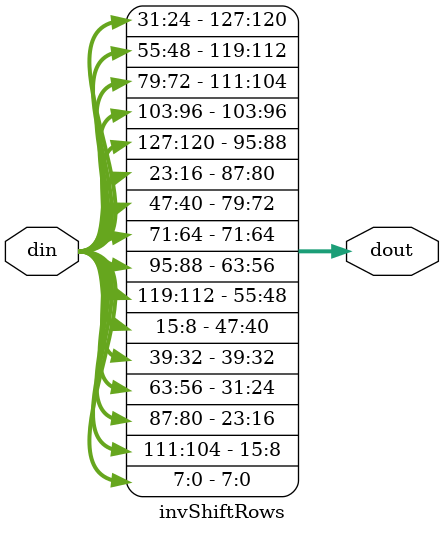
<source format=v>

module invShiftRows(din,dout);
input [127:0] din;
output [127:0]dout;

assign dout[7+0*8:0*8]=din[7+0*8:0*8];
assign dout[7+4*8:4*8]=din[7+4*8:4*8];
assign dout[7+8*8:8*8]=din[7+8*8:8*8];
assign dout[7+12*8:12*8]=din[7+12*8:12*8];

assign dout[7+5*8:5*8]=din[7+1*8:1*8];
assign dout[7+9*8:9*8]=din[7+5*8:5*8];
assign dout[7+13*8:13*8]=din[7+9*8:9*8];
assign dout[7+1*8:1*8]=din[7+13*8:13*8];

assign dout[7+10*8:10*8]=din[7+2*8:2*8];
assign dout[7+14*8:14*8]=din[7+6*8:6*8];
assign dout[7+2*8:2*8]=din[7+10*8:10*8];
assign dout[7+6*8:6*8]=din[7+14*8:14*8];

assign dout[7+15*8:15*8]=din[7+3*8:3*8];
assign dout[7+3*8:3*8]=din[7+7*8:7*8];
assign dout[7+7*8:7*8]=din[7+11*8:11*8];
assign dout[7+11*8:11*8]=din[7+15*8:15*8];

endmodule


</source>
